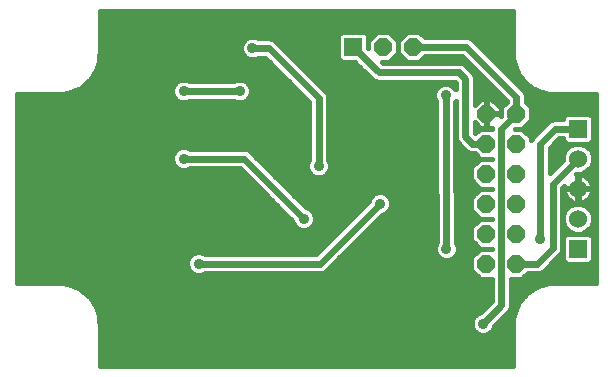
<source format=gbl>
G75*
G70*
%OFA0B0*%
%FSLAX24Y24*%
%IPPOS*%
%LPD*%
%AMOC8*
5,1,8,0,0,1.08239X$1,22.5*
%
%ADD10OC8,0.0600*%
%ADD11R,0.0600X0.0600*%
%ADD12C,0.0600*%
%ADD13C,0.0160*%
%ADD14C,0.0356*%
%ADD15C,0.0240*%
D10*
X018983Y007019D03*
X019983Y007019D03*
X019983Y008019D03*
X018983Y008019D03*
X018983Y009019D03*
X019983Y009019D03*
X019983Y010019D03*
X018983Y010019D03*
X018983Y011019D03*
X019983Y011019D03*
X019983Y012019D03*
X018983Y012019D03*
X016546Y014243D03*
X015546Y014243D03*
D11*
X014546Y014243D03*
X022042Y011519D03*
X022042Y007519D03*
D12*
X022042Y008519D03*
X022042Y009519D03*
X022042Y010519D03*
D13*
X006100Y004917D02*
X006100Y003617D01*
X019874Y003617D01*
X019874Y004917D01*
X019868Y004923D01*
X019874Y004999D01*
X019874Y005074D01*
X019880Y005080D01*
X019881Y005107D01*
X019873Y005121D01*
X019887Y005188D01*
X019892Y005256D01*
X019904Y005267D01*
X019912Y005302D01*
X019905Y005316D01*
X019929Y005381D01*
X019944Y005448D01*
X019957Y005456D01*
X019970Y005490D01*
X019965Y005505D01*
X019998Y005565D01*
X020022Y005630D01*
X020037Y005636D01*
X020054Y005667D01*
X020051Y005684D01*
X020093Y005738D01*
X020125Y005799D01*
X020141Y005803D01*
X020162Y005832D01*
X020162Y005848D01*
X020211Y005896D01*
X020252Y005951D01*
X020268Y005953D01*
X019803Y005953D01*
X019803Y005795D02*
X020123Y005795D01*
X020037Y005636D02*
X019803Y005636D01*
X019803Y005689D02*
X019803Y005562D01*
X019754Y005444D01*
X019255Y004945D01*
X019255Y004944D01*
X019197Y004805D01*
X019091Y004699D01*
X018952Y004641D01*
X018802Y004641D01*
X018663Y004699D01*
X018556Y004805D01*
X018499Y004944D01*
X018499Y005094D01*
X018556Y005233D01*
X018663Y005340D01*
X018802Y005397D01*
X018802Y005397D01*
X019163Y005758D01*
X019163Y006519D01*
X018776Y006519D01*
X018483Y006812D01*
X018483Y007226D01*
X018776Y007519D01*
X019163Y007519D01*
X019163Y007519D01*
X018776Y007519D01*
X018483Y007812D01*
X018483Y008226D01*
X018776Y008519D01*
X019163Y008519D01*
X019163Y008519D01*
X018776Y008519D01*
X018483Y008812D01*
X018483Y009226D01*
X018776Y009519D01*
X019163Y009519D01*
X019163Y009519D01*
X018776Y009519D01*
X018483Y009812D01*
X018483Y010226D01*
X018776Y010519D01*
X019163Y010519D01*
X019163Y010519D01*
X018776Y010519D01*
X018596Y010699D01*
X018463Y010699D01*
X018345Y010748D01*
X018255Y010838D01*
X018011Y011082D01*
X017962Y011199D01*
X017962Y011327D01*
X017962Y012428D01*
X017957Y012415D01*
X017953Y012411D01*
X017953Y011043D01*
X017979Y007728D01*
X017981Y007725D01*
X018038Y007586D01*
X018038Y007436D01*
X017981Y007297D01*
X017874Y007191D01*
X017736Y007133D01*
X017585Y007133D01*
X017446Y007191D01*
X017340Y007297D01*
X017282Y007436D01*
X017282Y007586D01*
X017339Y007723D01*
X017313Y010978D01*
X017313Y010979D01*
X017313Y011043D01*
X017312Y011104D01*
X017313Y011105D01*
X017313Y012423D01*
X017259Y012554D01*
X017259Y012704D01*
X017316Y012843D01*
X017422Y012950D01*
X017561Y013007D01*
X017712Y013007D01*
X017851Y012950D01*
X017957Y012843D01*
X017962Y012831D01*
X017962Y013048D01*
X017937Y013073D01*
X015460Y013073D01*
X015333Y013073D01*
X015215Y013122D01*
X014594Y013743D01*
X014163Y013743D01*
X014046Y013861D01*
X014046Y014626D01*
X014163Y014743D01*
X014929Y014743D01*
X015046Y014626D01*
X015046Y014196D01*
X015046Y014196D01*
X015046Y014451D01*
X015339Y014743D01*
X015753Y014743D01*
X016046Y014451D01*
X016046Y014036D01*
X015753Y013743D01*
X015499Y013743D01*
X015529Y013713D01*
X018133Y013713D01*
X018251Y013664D01*
X018341Y013574D01*
X018341Y013574D01*
X018464Y013452D01*
X018554Y013362D01*
X018602Y013244D01*
X018602Y012317D01*
X018784Y012499D01*
X018963Y012499D01*
X018963Y012039D01*
X019003Y012039D01*
X019003Y012499D01*
X019182Y012499D01*
X019463Y012218D01*
X019463Y012039D01*
X019003Y012039D01*
X019003Y011999D01*
X019003Y011539D01*
X019163Y011539D01*
X019163Y011519D01*
X018776Y011519D01*
X018628Y011370D01*
X018602Y011396D01*
X018602Y011721D01*
X018784Y011539D01*
X018963Y011539D01*
X018963Y011999D01*
X019003Y011999D01*
X019463Y011999D01*
X019463Y011952D01*
X019483Y011972D01*
X019483Y012226D01*
X019663Y012406D01*
X019663Y012446D01*
X018185Y013923D01*
X016933Y013923D01*
X016753Y013743D01*
X016339Y013743D01*
X016046Y014036D01*
X016046Y014451D01*
X016339Y014743D01*
X016753Y014743D01*
X016933Y014563D01*
X018254Y014563D01*
X018381Y014563D01*
X018499Y014515D01*
X019874Y014515D01*
X019874Y014673D02*
X016823Y014673D01*
X016269Y014673D02*
X015823Y014673D01*
X015982Y014515D02*
X016110Y014515D01*
X016046Y014356D02*
X016046Y014356D01*
X016046Y014198D02*
X016046Y014198D01*
X016046Y014039D02*
X016046Y014039D01*
X015890Y013881D02*
X016202Y013881D01*
X016890Y013881D02*
X018228Y013881D01*
X018387Y013722D02*
X015520Y013722D01*
X014932Y013405D02*
X012984Y013405D01*
X013142Y013246D02*
X015091Y013246D01*
X015297Y013088D02*
X013301Y013088D01*
X013459Y012929D02*
X017402Y012929D01*
X017286Y012771D02*
X013618Y012771D01*
X013672Y012717D02*
X011913Y014475D01*
X011796Y014524D01*
X011668Y014524D01*
X011399Y014524D01*
X011398Y014525D01*
X011259Y014582D01*
X011109Y014582D01*
X010970Y014525D01*
X010863Y014418D01*
X010806Y014279D01*
X010806Y014129D01*
X010863Y013990D01*
X010970Y013884D01*
X011109Y013826D01*
X011259Y013826D01*
X011398Y013884D01*
X011399Y013884D01*
X011600Y013884D01*
X013080Y012403D01*
X013080Y010484D01*
X013080Y010483D01*
X013022Y010344D01*
X013022Y010194D01*
X013080Y010055D01*
X013186Y009949D01*
X013325Y009891D01*
X013476Y009891D01*
X013615Y009949D01*
X013721Y010055D01*
X013779Y010194D01*
X013779Y010344D01*
X013721Y010483D01*
X013720Y010484D01*
X013720Y012472D01*
X013720Y012599D01*
X013672Y012717D01*
X013715Y012612D02*
X017259Y012612D01*
X017300Y012454D02*
X013720Y012454D01*
X013720Y012295D02*
X017313Y012295D01*
X017313Y012137D02*
X013720Y012137D01*
X013720Y011978D02*
X017313Y011978D01*
X017313Y011819D02*
X013720Y011819D01*
X013720Y011661D02*
X017313Y011661D01*
X017313Y011502D02*
X013720Y011502D01*
X013720Y011344D02*
X017313Y011344D01*
X017313Y011185D02*
X013720Y011185D01*
X013720Y011027D02*
X017313Y011027D01*
X017314Y010868D02*
X013720Y010868D01*
X013720Y010710D02*
X017315Y010710D01*
X017317Y010551D02*
X013720Y010551D01*
X013759Y010393D02*
X017318Y010393D01*
X017319Y010234D02*
X013779Y010234D01*
X013730Y010076D02*
X017320Y010076D01*
X017322Y009917D02*
X013538Y009917D01*
X013262Y009917D02*
X011955Y009917D01*
X011797Y010076D02*
X013071Y010076D01*
X013022Y010234D02*
X011638Y010234D01*
X011479Y010393D02*
X013042Y010393D01*
X013080Y010551D02*
X011321Y010551D01*
X011172Y010700D02*
X011082Y010790D01*
X010964Y010839D01*
X009115Y010839D01*
X009115Y010840D01*
X008976Y010897D01*
X008825Y010897D01*
X008686Y010840D01*
X008580Y010733D01*
X008522Y010594D01*
X008522Y010444D01*
X008580Y010305D01*
X008686Y010199D01*
X008825Y010141D01*
X008976Y010141D01*
X009115Y010199D01*
X010768Y010199D01*
X012522Y008445D01*
X012522Y008444D01*
X012580Y008305D01*
X012686Y008199D01*
X012825Y008141D01*
X012976Y008141D01*
X013115Y008199D01*
X013221Y008305D01*
X013279Y008444D01*
X013279Y008594D01*
X013221Y008733D01*
X013115Y008840D01*
X012976Y008897D01*
X012975Y008897D01*
X011172Y010700D01*
X011162Y010710D02*
X013080Y010710D01*
X013080Y010868D02*
X009045Y010868D01*
X008755Y010868D02*
X003345Y010868D01*
X003345Y010710D02*
X008570Y010710D01*
X008522Y010551D02*
X003345Y010551D01*
X003345Y010393D02*
X008544Y010393D01*
X008651Y010234D02*
X003345Y010234D01*
X003345Y010076D02*
X010891Y010076D01*
X011050Y009917D02*
X003345Y009917D01*
X003345Y009758D02*
X011209Y009758D01*
X011367Y009600D02*
X003345Y009600D01*
X003345Y009441D02*
X011526Y009441D01*
X011684Y009283D02*
X003345Y009283D01*
X003345Y009124D02*
X011843Y009124D01*
X012001Y008966D02*
X003345Y008966D01*
X003345Y008807D02*
X012160Y008807D01*
X012318Y008649D02*
X003345Y008649D01*
X003345Y008490D02*
X012477Y008490D01*
X012569Y008332D02*
X003345Y008332D01*
X003345Y008173D02*
X012748Y008173D01*
X013053Y008173D02*
X014141Y008173D01*
X013983Y008014D02*
X003345Y008014D01*
X003345Y007856D02*
X013824Y007856D01*
X013666Y007697D02*
X003345Y007697D01*
X003345Y007539D02*
X013507Y007539D01*
X013349Y007380D02*
X009516Y007380D01*
X009476Y007397D02*
X009325Y007397D01*
X009186Y007340D01*
X009080Y007233D01*
X009022Y007094D01*
X009022Y006944D01*
X009080Y006805D01*
X009186Y006699D01*
X009325Y006641D01*
X009476Y006641D01*
X009615Y006699D01*
X013376Y006699D01*
X013504Y006699D01*
X013621Y006748D01*
X015514Y008641D01*
X015515Y008641D01*
X015654Y008699D01*
X015760Y008805D01*
X015818Y008944D01*
X015818Y009094D01*
X015760Y009233D01*
X015654Y009340D01*
X015515Y009397D01*
X015365Y009397D01*
X015226Y009340D01*
X015119Y009233D01*
X015062Y009094D01*
X015062Y009094D01*
X013307Y007339D01*
X009615Y007339D01*
X009615Y007340D01*
X009476Y007397D01*
X009285Y007380D02*
X003345Y007380D01*
X003345Y007222D02*
X009075Y007222D01*
X009022Y007063D02*
X003345Y007063D01*
X003345Y006905D02*
X009039Y006905D01*
X009139Y006746D02*
X003345Y006746D01*
X003345Y006588D02*
X018708Y006588D01*
X018549Y006746D02*
X013617Y006746D01*
X013778Y006905D02*
X018483Y006905D01*
X018483Y007063D02*
X013937Y007063D01*
X014095Y007222D02*
X017415Y007222D01*
X017305Y007380D02*
X014254Y007380D01*
X014412Y007539D02*
X017282Y007539D01*
X017328Y007697D02*
X014571Y007697D01*
X014729Y007856D02*
X017338Y007856D01*
X017336Y008014D02*
X014888Y008014D01*
X015046Y008173D02*
X017335Y008173D01*
X017334Y008332D02*
X015205Y008332D01*
X015363Y008490D02*
X017333Y008490D01*
X017331Y008649D02*
X015534Y008649D01*
X015761Y008807D02*
X017330Y008807D01*
X017329Y008966D02*
X015818Y008966D01*
X015806Y009124D02*
X017328Y009124D01*
X017326Y009283D02*
X015711Y009283D01*
X015169Y009283D02*
X012589Y009283D01*
X012431Y009441D02*
X017325Y009441D01*
X017324Y009600D02*
X012272Y009600D01*
X012114Y009758D02*
X017323Y009758D01*
X017963Y009758D02*
X018537Y009758D01*
X018483Y009917D02*
X017962Y009917D01*
X017960Y010076D02*
X018483Y010076D01*
X018491Y010234D02*
X017959Y010234D01*
X017958Y010393D02*
X018650Y010393D01*
X018744Y010551D02*
X017957Y010551D01*
X017955Y010710D02*
X018437Y010710D01*
X018225Y010868D02*
X017954Y010868D01*
X017953Y011027D02*
X018066Y011027D01*
X017968Y011185D02*
X017953Y011185D01*
X017953Y011344D02*
X017962Y011344D01*
X017953Y011502D02*
X017962Y011502D01*
X017953Y011661D02*
X017962Y011661D01*
X017953Y011819D02*
X017962Y011819D01*
X017953Y011978D02*
X017962Y011978D01*
X017953Y012137D02*
X017962Y012137D01*
X017953Y012295D02*
X017962Y012295D01*
X018602Y012454D02*
X018739Y012454D01*
X018602Y012612D02*
X019496Y012612D01*
X019338Y012771D02*
X018602Y012771D01*
X018602Y012929D02*
X019179Y012929D01*
X019021Y013088D02*
X018602Y013088D01*
X018601Y013246D02*
X018862Y013246D01*
X018704Y013405D02*
X018510Y013405D01*
X018545Y013563D02*
X018352Y013563D01*
X017962Y012929D02*
X017871Y012929D01*
X018963Y012454D02*
X019003Y012454D01*
X019003Y012295D02*
X018963Y012295D01*
X018963Y012137D02*
X019003Y012137D01*
X019003Y011978D02*
X018963Y011978D01*
X018963Y011819D02*
X019003Y011819D01*
X019003Y011661D02*
X018963Y011661D01*
X018759Y011502D02*
X018602Y011502D01*
X018602Y011661D02*
X018662Y011661D01*
X019463Y011978D02*
X019483Y011978D01*
X019483Y012137D02*
X019463Y012137D01*
X019386Y012295D02*
X019552Y012295D01*
X019655Y012454D02*
X019227Y012454D01*
X019926Y013088D02*
X020251Y013088D01*
X020252Y013087D02*
X020268Y013085D01*
X020293Y013060D01*
X020295Y013044D01*
X020350Y013002D01*
X020398Y012954D01*
X020415Y012954D01*
X020443Y012933D01*
X020448Y012917D01*
X020508Y012884D01*
X020563Y012843D01*
X020579Y012846D01*
X020610Y012829D01*
X020617Y012814D01*
X020681Y012790D01*
X020741Y012757D01*
X020757Y012762D01*
X020790Y012749D01*
X020799Y012736D01*
X020866Y012721D01*
X020930Y012697D01*
X020945Y012704D01*
X020979Y012696D01*
X020990Y012684D01*
X021058Y012679D01*
X021125Y012664D01*
X021139Y012673D01*
X021166Y012671D01*
X021172Y012666D01*
X021248Y012666D01*
X021323Y012660D01*
X021329Y012666D01*
X022630Y012666D01*
X022630Y006373D01*
X021329Y006373D01*
X021323Y006378D01*
X021248Y006373D01*
X021172Y006373D01*
X021166Y006367D01*
X021139Y006365D01*
X021125Y006374D01*
X021058Y006359D01*
X020990Y006354D01*
X020979Y006342D01*
X020945Y006334D01*
X020930Y006341D01*
X020866Y006317D01*
X020799Y006303D01*
X020790Y006289D01*
X020757Y006276D01*
X020741Y006281D01*
X020681Y006248D01*
X020617Y006224D01*
X020610Y006209D01*
X020579Y006193D01*
X020563Y006195D01*
X020508Y006154D01*
X020448Y006121D01*
X020443Y006105D01*
X020415Y006084D01*
X020398Y006084D01*
X020350Y006036D01*
X020295Y005995D01*
X020293Y005978D01*
X020268Y005953D01*
X020445Y006112D02*
X019803Y006112D01*
X019803Y006270D02*
X020722Y006270D01*
X020755Y006699D02*
X020873Y006748D01*
X021389Y007264D01*
X021479Y007354D01*
X021528Y007471D01*
X021528Y009552D01*
X021568Y009592D01*
X021562Y009557D01*
X021562Y009539D01*
X022022Y009539D01*
X022022Y009499D01*
X021562Y009499D01*
X021562Y009481D01*
X021574Y009407D01*
X021597Y009335D01*
X021632Y009267D01*
X021676Y009206D01*
X021729Y009153D01*
X021791Y009109D01*
X021858Y009074D01*
X021930Y009051D01*
X022004Y009039D01*
X022022Y009039D01*
X022022Y009499D01*
X022062Y009499D01*
X022062Y009039D01*
X022080Y009039D01*
X022155Y009051D01*
X022226Y009074D01*
X022294Y009109D01*
X022355Y009153D01*
X022408Y009206D01*
X022453Y009267D01*
X022487Y009335D01*
X022510Y009407D01*
X022522Y009481D01*
X022522Y009499D01*
X022062Y009499D01*
X022062Y009539D01*
X022022Y009539D01*
X022022Y009999D01*
X022004Y009999D01*
X021969Y009993D01*
X021995Y010019D01*
X022142Y010019D01*
X022325Y010095D01*
X022466Y010236D01*
X022542Y010420D01*
X022542Y010619D01*
X022466Y010802D01*
X022325Y010943D01*
X022142Y011019D01*
X021943Y011019D01*
X021759Y010943D01*
X021618Y010802D01*
X021542Y010619D01*
X021542Y010472D01*
X021106Y010036D01*
X021106Y010886D01*
X021419Y011199D01*
X021542Y011199D01*
X021542Y011136D01*
X021659Y011019D01*
X022425Y011019D01*
X022542Y011136D01*
X022542Y011902D01*
X022425Y012019D01*
X021659Y012019D01*
X021542Y011902D01*
X021542Y011839D01*
X021350Y011839D01*
X021223Y011839D01*
X021105Y011790D01*
X020605Y011290D01*
X020515Y011200D01*
X020483Y011123D01*
X020483Y011226D01*
X020190Y011519D01*
X020483Y011812D01*
X020483Y012226D01*
X020303Y012406D01*
X020303Y012514D01*
X020303Y012642D01*
X020254Y012759D01*
X018499Y014515D01*
X018658Y014356D02*
X019874Y014356D01*
X019874Y014198D02*
X018816Y014198D01*
X018975Y014039D02*
X019874Y014039D01*
X019874Y013964D01*
X019880Y013958D01*
X019881Y013931D01*
X019873Y013917D01*
X019887Y013850D01*
X019892Y013782D01*
X019904Y013771D01*
X019912Y013736D01*
X019905Y013722D01*
X019292Y013722D01*
X019450Y013563D02*
X019964Y013563D01*
X019970Y013548D02*
X019965Y013533D01*
X019998Y013473D01*
X020022Y013408D01*
X020037Y013402D01*
X020054Y013371D01*
X020051Y013354D01*
X020093Y013300D01*
X020125Y013240D01*
X020141Y013235D01*
X020162Y013207D01*
X020162Y013190D01*
X020211Y013142D01*
X020252Y013087D01*
X020122Y013246D02*
X019767Y013246D01*
X019609Y013405D02*
X020030Y013405D01*
X019970Y013548D02*
X019957Y013582D01*
X019944Y013590D01*
X019929Y013657D01*
X019905Y013722D01*
X019881Y013881D02*
X019133Y013881D01*
X019874Y014039D02*
X019868Y014115D01*
X019874Y014121D01*
X019874Y015421D01*
X006100Y015421D01*
X006100Y014121D01*
X006106Y014115D01*
X006100Y014040D01*
X006100Y013964D01*
X006095Y013958D01*
X006093Y013931D01*
X006101Y013917D01*
X006087Y013850D01*
X006082Y013782D01*
X006070Y013771D01*
X006062Y013736D01*
X006069Y013722D01*
X011762Y013722D01*
X011920Y013563D02*
X006010Y013563D01*
X006004Y013548D02*
X006017Y013582D01*
X006030Y013590D01*
X006045Y013657D01*
X006069Y013722D01*
X006094Y013881D02*
X010977Y013881D01*
X010843Y014039D02*
X006100Y014039D01*
X006100Y014198D02*
X010806Y014198D01*
X010838Y014356D02*
X006100Y014356D01*
X006100Y014515D02*
X010960Y014515D01*
X011818Y014515D02*
X014046Y014515D01*
X014046Y014356D02*
X012033Y014356D01*
X012191Y014198D02*
X014046Y014198D01*
X014046Y014039D02*
X012350Y014039D01*
X012508Y013881D02*
X014046Y013881D01*
X014615Y013722D02*
X012667Y013722D01*
X012825Y013563D02*
X014774Y013563D01*
X015046Y014198D02*
X015046Y014198D01*
X015046Y014356D02*
X015046Y014356D01*
X015046Y014515D02*
X015110Y014515D01*
X014999Y014673D02*
X015269Y014673D01*
X014093Y014673D02*
X006100Y014673D01*
X006100Y014832D02*
X019874Y014832D01*
X019874Y014990D02*
X006100Y014990D01*
X006100Y015149D02*
X019874Y015149D01*
X019874Y015307D02*
X006100Y015307D01*
X006004Y013548D02*
X006009Y013533D01*
X005976Y013473D01*
X005952Y013408D01*
X005937Y013402D01*
X005920Y013371D01*
X005923Y013354D01*
X005882Y013300D01*
X005849Y013240D01*
X005833Y013235D01*
X005812Y013207D01*
X005812Y013190D01*
X005763Y013142D01*
X005722Y013087D01*
X005706Y013085D01*
X005681Y013060D01*
X005679Y013044D01*
X005624Y013002D01*
X005576Y012954D01*
X005559Y012954D01*
X005531Y012933D01*
X005526Y012917D01*
X005466Y012884D01*
X005411Y012843D01*
X005395Y012846D01*
X005364Y012829D01*
X005357Y012814D01*
X005293Y012790D01*
X005233Y012757D01*
X005217Y012762D01*
X005184Y012749D01*
X005176Y012736D01*
X005109Y012721D01*
X005044Y012697D01*
X005030Y012704D01*
X004995Y012696D01*
X004984Y012684D01*
X004916Y012679D01*
X004849Y012664D01*
X004835Y012673D01*
X004808Y012671D01*
X004802Y012666D01*
X004726Y012666D01*
X004651Y012660D01*
X004645Y012666D01*
X003345Y012666D01*
X003345Y006373D01*
X004645Y006373D01*
X004651Y006378D01*
X004726Y006373D01*
X004802Y006373D01*
X004808Y006367D01*
X004835Y006365D01*
X004849Y006374D01*
X004916Y006359D01*
X004984Y006354D01*
X004995Y006342D01*
X005030Y006334D01*
X005044Y006341D01*
X005109Y006317D01*
X005176Y006303D01*
X005184Y006289D01*
X005217Y006276D01*
X005233Y006281D01*
X005293Y006248D01*
X005357Y006224D01*
X005364Y006209D01*
X005395Y006193D01*
X005411Y006195D01*
X005466Y006154D01*
X005526Y006121D01*
X005531Y006105D01*
X005559Y006084D01*
X005576Y006084D01*
X005624Y006036D01*
X005679Y005995D01*
X005681Y005978D01*
X005706Y005953D01*
X005722Y005951D01*
X005763Y005896D01*
X005812Y005848D01*
X005812Y005832D01*
X005833Y005803D01*
X005849Y005799D01*
X005882Y005738D01*
X005923Y005684D01*
X005920Y005667D01*
X005937Y005636D01*
X005952Y005630D01*
X005976Y005565D01*
X006009Y005505D01*
X006004Y005490D01*
X006017Y005456D01*
X006030Y005448D01*
X006045Y005381D01*
X006069Y005316D01*
X006062Y005302D01*
X006070Y005267D01*
X006082Y005256D01*
X006087Y005188D01*
X006101Y005121D01*
X006093Y005107D01*
X006095Y005080D01*
X006100Y005074D01*
X006100Y004999D01*
X006106Y004923D01*
X006100Y004917D01*
X006100Y004844D02*
X018540Y004844D01*
X018499Y005002D02*
X006100Y005002D01*
X006093Y005161D02*
X018526Y005161D01*
X018642Y005319D02*
X006068Y005319D01*
X006009Y005478D02*
X018883Y005478D01*
X019042Y005636D02*
X005937Y005636D01*
X005851Y005795D02*
X019163Y005795D01*
X019163Y005953D02*
X005707Y005953D01*
X005529Y006112D02*
X019163Y006112D01*
X019163Y006270D02*
X005253Y006270D01*
X003345Y006429D02*
X019163Y006429D01*
X019803Y006429D02*
X022630Y006429D01*
X022630Y006588D02*
X020259Y006588D01*
X020190Y006519D02*
X019803Y006519D01*
X019803Y005689D01*
X019768Y005478D02*
X019965Y005478D01*
X019906Y005319D02*
X019630Y005319D01*
X019471Y005161D02*
X019881Y005161D01*
X019874Y005002D02*
X019312Y005002D01*
X019213Y004844D02*
X019874Y004844D01*
X019874Y004685D02*
X019059Y004685D01*
X018695Y004685D02*
X006100Y004685D01*
X006100Y004526D02*
X019874Y004526D01*
X019874Y004368D02*
X006100Y004368D01*
X006100Y004209D02*
X019874Y004209D01*
X019874Y004051D02*
X006100Y004051D01*
X006100Y003892D02*
X019874Y003892D01*
X019874Y003734D02*
X006100Y003734D01*
X009615Y006699D02*
X009615Y006699D01*
X012906Y008966D02*
X014934Y008966D01*
X015074Y009124D02*
X012748Y009124D01*
X013147Y008807D02*
X014775Y008807D01*
X014617Y008649D02*
X013256Y008649D01*
X013279Y008490D02*
X014458Y008490D01*
X014300Y008332D02*
X013232Y008332D01*
X013080Y011027D02*
X003345Y011027D01*
X003345Y011185D02*
X013080Y011185D01*
X013080Y011344D02*
X003345Y011344D01*
X003345Y011502D02*
X013080Y011502D01*
X013080Y011661D02*
X003345Y011661D01*
X003345Y011819D02*
X013080Y011819D01*
X013080Y011978D02*
X003345Y011978D01*
X003345Y012137D02*
X013080Y012137D01*
X013080Y012295D02*
X003345Y012295D01*
X003345Y012454D02*
X008681Y012454D01*
X008686Y012449D02*
X008580Y012555D01*
X008522Y012694D01*
X008522Y012844D01*
X008580Y012983D01*
X008686Y013090D01*
X008825Y013147D01*
X008976Y013147D01*
X009115Y013090D01*
X009115Y013089D01*
X010560Y013089D01*
X010560Y013090D01*
X010699Y013147D01*
X010850Y013147D01*
X010989Y013090D01*
X011095Y012983D01*
X011153Y012844D01*
X011153Y012694D01*
X011095Y012555D01*
X010989Y012449D01*
X010850Y012391D01*
X010699Y012391D01*
X010560Y012449D01*
X010560Y012449D01*
X009115Y012449D01*
X009115Y012449D01*
X008976Y012391D01*
X008825Y012391D01*
X008686Y012449D01*
X008556Y012612D02*
X003345Y012612D01*
X005258Y012771D02*
X008522Y012771D01*
X008558Y012929D02*
X005530Y012929D01*
X005723Y013088D02*
X008685Y013088D01*
X010990Y013088D02*
X012396Y013088D01*
X012554Y012929D02*
X011117Y012929D01*
X011153Y012771D02*
X012713Y012771D01*
X012871Y012612D02*
X011119Y012612D01*
X010994Y012454D02*
X013030Y012454D01*
X012237Y013246D02*
X005853Y013246D01*
X005944Y013405D02*
X012079Y013405D01*
X011603Y013881D02*
X011391Y013881D01*
X009115Y010199D02*
X009115Y010199D01*
X017964Y009600D02*
X018695Y009600D01*
X018698Y009441D02*
X017965Y009441D01*
X017966Y009283D02*
X018540Y009283D01*
X018483Y009124D02*
X017968Y009124D01*
X017969Y008966D02*
X018483Y008966D01*
X018488Y008807D02*
X017970Y008807D01*
X017971Y008649D02*
X018646Y008649D01*
X018747Y008490D02*
X017973Y008490D01*
X017974Y008332D02*
X018589Y008332D01*
X018483Y008173D02*
X017975Y008173D01*
X017976Y008014D02*
X018483Y008014D01*
X018483Y007856D02*
X017978Y007856D01*
X017992Y007697D02*
X018598Y007697D01*
X018756Y007539D02*
X018038Y007539D01*
X018015Y007380D02*
X018637Y007380D01*
X018483Y007222D02*
X017906Y007222D01*
X020190Y006519D02*
X020370Y006699D01*
X020628Y006699D01*
X020755Y006699D01*
X020869Y006746D02*
X022630Y006746D01*
X022630Y006905D02*
X021030Y006905D01*
X021189Y007063D02*
X021615Y007063D01*
X021659Y007019D02*
X022425Y007019D01*
X022542Y007136D01*
X022542Y007902D01*
X022425Y008019D01*
X021659Y008019D01*
X021542Y007902D01*
X021542Y007136D01*
X021659Y007019D01*
X021542Y007222D02*
X021347Y007222D01*
X021490Y007380D02*
X021542Y007380D01*
X021528Y007539D02*
X021542Y007539D01*
X021528Y007697D02*
X021542Y007697D01*
X021528Y007856D02*
X021542Y007856D01*
X021528Y008014D02*
X021655Y008014D01*
X021759Y008095D02*
X021943Y008019D01*
X022142Y008019D01*
X022325Y008095D01*
X022466Y008236D01*
X022542Y008420D01*
X022542Y008619D01*
X022466Y008802D01*
X022325Y008943D01*
X022142Y009019D01*
X021943Y009019D01*
X021759Y008943D01*
X021618Y008802D01*
X021542Y008619D01*
X021542Y008420D01*
X021618Y008236D01*
X021759Y008095D01*
X021681Y008173D02*
X021528Y008173D01*
X021528Y008332D02*
X021579Y008332D01*
X021542Y008490D02*
X021528Y008490D01*
X021528Y008649D02*
X021555Y008649D01*
X021528Y008807D02*
X021623Y008807D01*
X021528Y008966D02*
X021814Y008966D01*
X021769Y009124D02*
X021528Y009124D01*
X021528Y009283D02*
X021624Y009283D01*
X021569Y009441D02*
X021528Y009441D01*
X022022Y009441D02*
X022062Y009441D01*
X022062Y009539D02*
X022522Y009539D01*
X022522Y009557D01*
X022510Y009631D01*
X022487Y009703D01*
X022453Y009771D01*
X022408Y009832D01*
X022355Y009885D01*
X022294Y009930D01*
X022226Y009964D01*
X022155Y009987D01*
X022080Y009999D01*
X022062Y009999D01*
X022062Y009539D01*
X022062Y009600D02*
X022022Y009600D01*
X022022Y009758D02*
X022062Y009758D01*
X022062Y009917D02*
X022022Y009917D01*
X022311Y009917D02*
X022630Y009917D01*
X022630Y010076D02*
X022278Y010076D01*
X022464Y010234D02*
X022630Y010234D01*
X022630Y010393D02*
X022531Y010393D01*
X022542Y010551D02*
X022630Y010551D01*
X022630Y010710D02*
X022504Y010710D01*
X022400Y010868D02*
X022630Y010868D01*
X022630Y011027D02*
X022433Y011027D01*
X022542Y011185D02*
X022630Y011185D01*
X022630Y011344D02*
X022542Y011344D01*
X022542Y011502D02*
X022630Y011502D01*
X022630Y011661D02*
X022542Y011661D01*
X022542Y011819D02*
X022630Y011819D01*
X022630Y011978D02*
X022466Y011978D01*
X022630Y012137D02*
X020483Y012137D01*
X020483Y011978D02*
X021618Y011978D01*
X021175Y011819D02*
X020483Y011819D01*
X020332Y011661D02*
X020976Y011661D01*
X020817Y011502D02*
X020207Y011502D01*
X020190Y011519D02*
X019936Y011519D01*
X020190Y011519D01*
X020365Y011344D02*
X020659Y011344D01*
X020509Y011185D02*
X020483Y011185D01*
X019936Y011519D02*
X019936Y011519D01*
X020414Y012295D02*
X022630Y012295D01*
X022630Y012454D02*
X020303Y012454D01*
X020303Y012612D02*
X022630Y012612D01*
X020716Y012771D02*
X020243Y012771D01*
X020084Y012929D02*
X020444Y012929D01*
X021405Y011185D02*
X021542Y011185D01*
X021652Y011027D02*
X021247Y011027D01*
X021106Y010868D02*
X021684Y010868D01*
X021580Y010710D02*
X021106Y010710D01*
X021106Y010551D02*
X021542Y010551D01*
X021463Y010393D02*
X021106Y010393D01*
X021106Y010234D02*
X021305Y010234D01*
X021146Y010076D02*
X021106Y010076D01*
X022022Y009283D02*
X022062Y009283D01*
X022062Y009124D02*
X022022Y009124D01*
X022315Y009124D02*
X022630Y009124D01*
X022630Y008966D02*
X022270Y008966D01*
X022461Y008807D02*
X022630Y008807D01*
X022630Y008649D02*
X022530Y008649D01*
X022542Y008490D02*
X022630Y008490D01*
X022630Y008332D02*
X022506Y008332D01*
X022403Y008173D02*
X022630Y008173D01*
X022630Y008014D02*
X022430Y008014D01*
X022542Y007856D02*
X022630Y007856D01*
X022630Y007697D02*
X022542Y007697D01*
X022542Y007539D02*
X022630Y007539D01*
X022630Y007380D02*
X022542Y007380D01*
X022542Y007222D02*
X022630Y007222D01*
X022630Y007063D02*
X022469Y007063D01*
X022461Y009283D02*
X022630Y009283D01*
X022630Y009441D02*
X022516Y009441D01*
X022515Y009600D02*
X022630Y009600D01*
X022630Y009758D02*
X022459Y009758D01*
D14*
X020786Y007822D03*
X017660Y007511D03*
X015440Y009019D03*
X013400Y010269D03*
X012900Y008519D03*
X012900Y008019D03*
X009400Y007019D03*
X007900Y008519D03*
X008900Y010519D03*
X008900Y012769D03*
X010774Y012769D03*
X011184Y014204D03*
X017637Y012629D03*
X018877Y005019D03*
X018062Y004322D03*
X006400Y004519D03*
D15*
X009400Y007019D02*
X013440Y007019D01*
X015440Y009019D01*
X013400Y010269D02*
X013400Y012536D01*
X011732Y014204D01*
X011184Y014204D01*
X010774Y012769D02*
X008900Y012769D01*
X008900Y010519D02*
X010900Y010519D01*
X012900Y008519D01*
X017660Y007511D02*
X017633Y011043D01*
X017633Y012625D01*
X017637Y012629D01*
X018282Y013180D02*
X018282Y011263D01*
X018526Y011019D01*
X018983Y011019D01*
X019483Y011519D02*
X019483Y005625D01*
X018877Y005019D01*
X019983Y007019D02*
X020692Y007019D01*
X021208Y007535D01*
X021208Y009684D01*
X022042Y010519D01*
X021286Y011519D02*
X020786Y011019D01*
X020786Y007822D01*
X021286Y011519D02*
X022042Y011519D01*
X019983Y012019D02*
X019983Y012578D01*
X018318Y014243D01*
X016546Y014243D01*
X015397Y013393D02*
X014546Y014243D01*
X015397Y013393D02*
X018070Y013393D01*
X018282Y013180D01*
X019483Y011519D02*
X019983Y012019D01*
M02*

</source>
